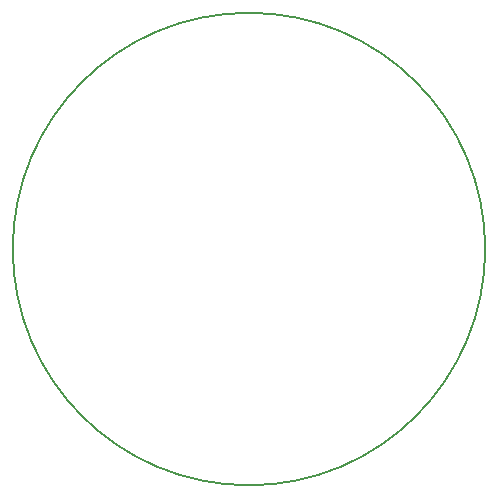
<source format=gm1>
%TF.GenerationSoftware,KiCad,Pcbnew,(6.0.11)*%
%TF.CreationDate,2023-03-09T12:19:08+01:00*%
%TF.ProjectId,Horloge,486f726c-6f67-4652-9e6b-696361645f70,rev?*%
%TF.SameCoordinates,Original*%
%TF.FileFunction,Profile,NP*%
%FSLAX46Y46*%
G04 Gerber Fmt 4.6, Leading zero omitted, Abs format (unit mm)*
G04 Created by KiCad (PCBNEW (6.0.11)) date 2023-03-09 12:19:08*
%MOMM*%
%LPD*%
G01*
G04 APERTURE LIST*
%TA.AperFunction,Profile*%
%ADD10C,0.150000*%
%TD*%
G04 APERTURE END LIST*
D10*
X103820000Y-91440000D02*
G75*
G03*
X103820000Y-91440000I-20000000J0D01*
G01*
M02*

</source>
